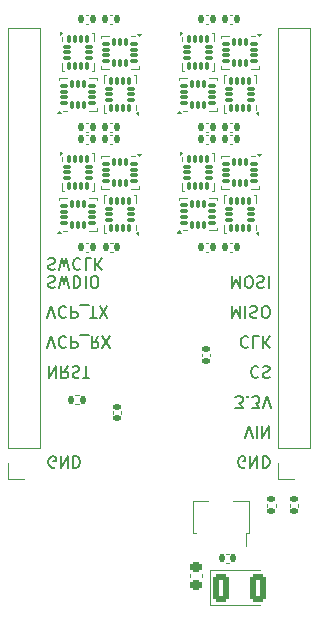
<source format=gbr>
%TF.GenerationSoftware,KiCad,Pcbnew,8.0.3-8.0.3-0~ubuntu22.04.1*%
%TF.CreationDate,2024-07-27T12:22:20+09:00*%
%TF.ProjectId,IMUModule_STM32,494d554d-6f64-4756-9c65-5f53544d3332,rev?*%
%TF.SameCoordinates,Original*%
%TF.FileFunction,Legend,Bot*%
%TF.FilePolarity,Positive*%
%FSLAX46Y46*%
G04 Gerber Fmt 4.6, Leading zero omitted, Abs format (unit mm)*
G04 Created by KiCad (PCBNEW 8.0.3-8.0.3-0~ubuntu22.04.1) date 2024-07-27 12:22:20*
%MOMM*%
%LPD*%
G01*
G04 APERTURE LIST*
G04 Aperture macros list*
%AMRoundRect*
0 Rectangle with rounded corners*
0 $1 Rounding radius*
0 $2 $3 $4 $5 $6 $7 $8 $9 X,Y pos of 4 corners*
0 Add a 4 corners polygon primitive as box body*
4,1,4,$2,$3,$4,$5,$6,$7,$8,$9,$2,$3,0*
0 Add four circle primitives for the rounded corners*
1,1,$1+$1,$2,$3*
1,1,$1+$1,$4,$5*
1,1,$1+$1,$6,$7*
1,1,$1+$1,$8,$9*
0 Add four rect primitives between the rounded corners*
20,1,$1+$1,$2,$3,$4,$5,0*
20,1,$1+$1,$4,$5,$6,$7,0*
20,1,$1+$1,$6,$7,$8,$9,0*
20,1,$1+$1,$8,$9,$2,$3,0*%
%AMFreePoly0*
4,1,9,3.862500,-0.866500,0.737500,-0.866500,0.737500,-0.450000,-0.737500,-0.450000,-0.737500,0.450000,0.737500,0.450000,0.737500,0.866500,3.862500,0.866500,3.862500,-0.866500,3.862500,-0.866500,$1*%
G04 Aperture macros list end*
%ADD10C,0.150000*%
%ADD11C,0.120000*%
%ADD12RoundRect,0.140000X0.140000X0.170000X-0.140000X0.170000X-0.140000X-0.170000X0.140000X-0.170000X0*%
%ADD13RoundRect,0.087500X0.225000X0.087500X-0.225000X0.087500X-0.225000X-0.087500X0.225000X-0.087500X0*%
%ADD14RoundRect,0.087500X0.087500X0.225000X-0.087500X0.225000X-0.087500X-0.225000X0.087500X-0.225000X0*%
%ADD15RoundRect,0.087500X0.087500X-0.225000X0.087500X0.225000X-0.087500X0.225000X-0.087500X-0.225000X0*%
%ADD16RoundRect,0.087500X0.225000X-0.087500X0.225000X0.087500X-0.225000X0.087500X-0.225000X-0.087500X0*%
%ADD17RoundRect,0.140000X-0.140000X-0.170000X0.140000X-0.170000X0.140000X0.170000X-0.140000X0.170000X0*%
%ADD18RoundRect,0.135000X-0.135000X-0.185000X0.135000X-0.185000X0.135000X0.185000X-0.135000X0.185000X0*%
%ADD19RoundRect,0.087500X-0.225000X-0.087500X0.225000X-0.087500X0.225000X0.087500X-0.225000X0.087500X0*%
%ADD20RoundRect,0.087500X-0.087500X-0.225000X0.087500X-0.225000X0.087500X0.225000X-0.087500X0.225000X0*%
%ADD21RoundRect,0.135000X0.185000X-0.135000X0.185000X0.135000X-0.185000X0.135000X-0.185000X-0.135000X0*%
%ADD22RoundRect,0.087500X-0.087500X0.225000X-0.087500X-0.225000X0.087500X-0.225000X0.087500X0.225000X0*%
%ADD23RoundRect,0.087500X-0.225000X0.087500X-0.225000X-0.087500X0.225000X-0.087500X0.225000X0.087500X0*%
%ADD24R,1.700000X1.700000*%
%ADD25O,1.700000X1.700000*%
%ADD26R,0.900000X1.300000*%
%ADD27FreePoly0,90.000000*%
%ADD28RoundRect,0.140000X-0.170000X0.140000X-0.170000X-0.140000X0.170000X-0.140000X0.170000X0.140000X0*%
%ADD29RoundRect,0.140000X0.170000X-0.140000X0.170000X0.140000X-0.170000X0.140000X-0.170000X-0.140000X0*%
%ADD30RoundRect,0.135000X-0.185000X0.135000X-0.185000X-0.135000X0.185000X-0.135000X0.185000X0.135000X0*%
%ADD31RoundRect,0.225000X-0.250000X0.225000X-0.250000X-0.225000X0.250000X-0.225000X0.250000X0.225000X0*%
%ADD32RoundRect,0.250000X-0.412500X-0.925000X0.412500X-0.925000X0.412500X0.925000X-0.412500X0.925000X0*%
G04 APERTURE END LIST*
D10*
X3337160Y-22021800D02*
X3480017Y-21974180D01*
X3480017Y-21974180D02*
X3718112Y-21974180D01*
X3718112Y-21974180D02*
X3813350Y-22021800D01*
X3813350Y-22021800D02*
X3860969Y-22069419D01*
X3860969Y-22069419D02*
X3908588Y-22164657D01*
X3908588Y-22164657D02*
X3908588Y-22259895D01*
X3908588Y-22259895D02*
X3860969Y-22355133D01*
X3860969Y-22355133D02*
X3813350Y-22402752D01*
X3813350Y-22402752D02*
X3718112Y-22450371D01*
X3718112Y-22450371D02*
X3527636Y-22497990D01*
X3527636Y-22497990D02*
X3432398Y-22545609D01*
X3432398Y-22545609D02*
X3384779Y-22593228D01*
X3384779Y-22593228D02*
X3337160Y-22688466D01*
X3337160Y-22688466D02*
X3337160Y-22783704D01*
X3337160Y-22783704D02*
X3384779Y-22878942D01*
X3384779Y-22878942D02*
X3432398Y-22926561D01*
X3432398Y-22926561D02*
X3527636Y-22974180D01*
X3527636Y-22974180D02*
X3765731Y-22974180D01*
X3765731Y-22974180D02*
X3908588Y-22926561D01*
X4241922Y-22974180D02*
X4480017Y-21974180D01*
X4480017Y-21974180D02*
X4670493Y-22688466D01*
X4670493Y-22688466D02*
X4860969Y-21974180D01*
X4860969Y-21974180D02*
X5099065Y-22974180D01*
X6051445Y-22069419D02*
X6003826Y-22021800D01*
X6003826Y-22021800D02*
X5860969Y-21974180D01*
X5860969Y-21974180D02*
X5765731Y-21974180D01*
X5765731Y-21974180D02*
X5622874Y-22021800D01*
X5622874Y-22021800D02*
X5527636Y-22117038D01*
X5527636Y-22117038D02*
X5480017Y-22212276D01*
X5480017Y-22212276D02*
X5432398Y-22402752D01*
X5432398Y-22402752D02*
X5432398Y-22545609D01*
X5432398Y-22545609D02*
X5480017Y-22736085D01*
X5480017Y-22736085D02*
X5527636Y-22831323D01*
X5527636Y-22831323D02*
X5622874Y-22926561D01*
X5622874Y-22926561D02*
X5765731Y-22974180D01*
X5765731Y-22974180D02*
X5860969Y-22974180D01*
X5860969Y-22974180D02*
X6003826Y-22926561D01*
X6003826Y-22926561D02*
X6051445Y-22878942D01*
X6956207Y-21974180D02*
X6480017Y-21974180D01*
X6480017Y-21974180D02*
X6480017Y-22974180D01*
X7289541Y-21974180D02*
X7289541Y-22974180D01*
X7860969Y-21974180D02*
X7432398Y-22545609D01*
X7860969Y-22974180D02*
X7289541Y-22402752D01*
X3337160Y-23545800D02*
X3480017Y-23498180D01*
X3480017Y-23498180D02*
X3718112Y-23498180D01*
X3718112Y-23498180D02*
X3813350Y-23545800D01*
X3813350Y-23545800D02*
X3860969Y-23593419D01*
X3860969Y-23593419D02*
X3908588Y-23688657D01*
X3908588Y-23688657D02*
X3908588Y-23783895D01*
X3908588Y-23783895D02*
X3860969Y-23879133D01*
X3860969Y-23879133D02*
X3813350Y-23926752D01*
X3813350Y-23926752D02*
X3718112Y-23974371D01*
X3718112Y-23974371D02*
X3527636Y-24021990D01*
X3527636Y-24021990D02*
X3432398Y-24069609D01*
X3432398Y-24069609D02*
X3384779Y-24117228D01*
X3384779Y-24117228D02*
X3337160Y-24212466D01*
X3337160Y-24212466D02*
X3337160Y-24307704D01*
X3337160Y-24307704D02*
X3384779Y-24402942D01*
X3384779Y-24402942D02*
X3432398Y-24450561D01*
X3432398Y-24450561D02*
X3527636Y-24498180D01*
X3527636Y-24498180D02*
X3765731Y-24498180D01*
X3765731Y-24498180D02*
X3908588Y-24450561D01*
X4241922Y-24498180D02*
X4480017Y-23498180D01*
X4480017Y-23498180D02*
X4670493Y-24212466D01*
X4670493Y-24212466D02*
X4860969Y-23498180D01*
X4860969Y-23498180D02*
X5099065Y-24498180D01*
X5480017Y-23498180D02*
X5480017Y-24498180D01*
X5480017Y-24498180D02*
X5718112Y-24498180D01*
X5718112Y-24498180D02*
X5860969Y-24450561D01*
X5860969Y-24450561D02*
X5956207Y-24355323D01*
X5956207Y-24355323D02*
X6003826Y-24260085D01*
X6003826Y-24260085D02*
X6051445Y-24069609D01*
X6051445Y-24069609D02*
X6051445Y-23926752D01*
X6051445Y-23926752D02*
X6003826Y-23736276D01*
X6003826Y-23736276D02*
X5956207Y-23641038D01*
X5956207Y-23641038D02*
X5860969Y-23545800D01*
X5860969Y-23545800D02*
X5718112Y-23498180D01*
X5718112Y-23498180D02*
X5480017Y-23498180D01*
X6480017Y-23498180D02*
X6480017Y-24498180D01*
X7146683Y-24498180D02*
X7337159Y-24498180D01*
X7337159Y-24498180D02*
X7432397Y-24450561D01*
X7432397Y-24450561D02*
X7527635Y-24355323D01*
X7527635Y-24355323D02*
X7575254Y-24164847D01*
X7575254Y-24164847D02*
X7575254Y-23831514D01*
X7575254Y-23831514D02*
X7527635Y-23641038D01*
X7527635Y-23641038D02*
X7432397Y-23545800D01*
X7432397Y-23545800D02*
X7337159Y-23498180D01*
X7337159Y-23498180D02*
X7146683Y-23498180D01*
X7146683Y-23498180D02*
X7051445Y-23545800D01*
X7051445Y-23545800D02*
X6956207Y-23641038D01*
X6956207Y-23641038D02*
X6908588Y-23831514D01*
X6908588Y-23831514D02*
X6908588Y-24164847D01*
X6908588Y-24164847D02*
X6956207Y-24355323D01*
X6956207Y-24355323D02*
X7051445Y-24450561D01*
X7051445Y-24450561D02*
X7146683Y-24498180D01*
X3241922Y-27038180D02*
X3575255Y-26038180D01*
X3575255Y-26038180D02*
X3908588Y-27038180D01*
X4813350Y-26133419D02*
X4765731Y-26085800D01*
X4765731Y-26085800D02*
X4622874Y-26038180D01*
X4622874Y-26038180D02*
X4527636Y-26038180D01*
X4527636Y-26038180D02*
X4384779Y-26085800D01*
X4384779Y-26085800D02*
X4289541Y-26181038D01*
X4289541Y-26181038D02*
X4241922Y-26276276D01*
X4241922Y-26276276D02*
X4194303Y-26466752D01*
X4194303Y-26466752D02*
X4194303Y-26609609D01*
X4194303Y-26609609D02*
X4241922Y-26800085D01*
X4241922Y-26800085D02*
X4289541Y-26895323D01*
X4289541Y-26895323D02*
X4384779Y-26990561D01*
X4384779Y-26990561D02*
X4527636Y-27038180D01*
X4527636Y-27038180D02*
X4622874Y-27038180D01*
X4622874Y-27038180D02*
X4765731Y-26990561D01*
X4765731Y-26990561D02*
X4813350Y-26942942D01*
X5241922Y-26038180D02*
X5241922Y-27038180D01*
X5241922Y-27038180D02*
X5622874Y-27038180D01*
X5622874Y-27038180D02*
X5718112Y-26990561D01*
X5718112Y-26990561D02*
X5765731Y-26942942D01*
X5765731Y-26942942D02*
X5813350Y-26847704D01*
X5813350Y-26847704D02*
X5813350Y-26704847D01*
X5813350Y-26704847D02*
X5765731Y-26609609D01*
X5765731Y-26609609D02*
X5718112Y-26561990D01*
X5718112Y-26561990D02*
X5622874Y-26514371D01*
X5622874Y-26514371D02*
X5241922Y-26514371D01*
X6003827Y-25942942D02*
X6765731Y-25942942D01*
X6860970Y-27038180D02*
X7432398Y-27038180D01*
X7146684Y-26038180D02*
X7146684Y-27038180D01*
X7670494Y-27038180D02*
X8337160Y-26038180D01*
X8337160Y-27038180D02*
X7670494Y-26038180D01*
X3241922Y-29578180D02*
X3575255Y-28578180D01*
X3575255Y-28578180D02*
X3908588Y-29578180D01*
X4813350Y-28673419D02*
X4765731Y-28625800D01*
X4765731Y-28625800D02*
X4622874Y-28578180D01*
X4622874Y-28578180D02*
X4527636Y-28578180D01*
X4527636Y-28578180D02*
X4384779Y-28625800D01*
X4384779Y-28625800D02*
X4289541Y-28721038D01*
X4289541Y-28721038D02*
X4241922Y-28816276D01*
X4241922Y-28816276D02*
X4194303Y-29006752D01*
X4194303Y-29006752D02*
X4194303Y-29149609D01*
X4194303Y-29149609D02*
X4241922Y-29340085D01*
X4241922Y-29340085D02*
X4289541Y-29435323D01*
X4289541Y-29435323D02*
X4384779Y-29530561D01*
X4384779Y-29530561D02*
X4527636Y-29578180D01*
X4527636Y-29578180D02*
X4622874Y-29578180D01*
X4622874Y-29578180D02*
X4765731Y-29530561D01*
X4765731Y-29530561D02*
X4813350Y-29482942D01*
X5241922Y-28578180D02*
X5241922Y-29578180D01*
X5241922Y-29578180D02*
X5622874Y-29578180D01*
X5622874Y-29578180D02*
X5718112Y-29530561D01*
X5718112Y-29530561D02*
X5765731Y-29482942D01*
X5765731Y-29482942D02*
X5813350Y-29387704D01*
X5813350Y-29387704D02*
X5813350Y-29244847D01*
X5813350Y-29244847D02*
X5765731Y-29149609D01*
X5765731Y-29149609D02*
X5718112Y-29101990D01*
X5718112Y-29101990D02*
X5622874Y-29054371D01*
X5622874Y-29054371D02*
X5241922Y-29054371D01*
X6003827Y-28482942D02*
X6765731Y-28482942D01*
X7575255Y-28578180D02*
X7241922Y-29054371D01*
X7003827Y-28578180D02*
X7003827Y-29578180D01*
X7003827Y-29578180D02*
X7384779Y-29578180D01*
X7384779Y-29578180D02*
X7480017Y-29530561D01*
X7480017Y-29530561D02*
X7527636Y-29482942D01*
X7527636Y-29482942D02*
X7575255Y-29387704D01*
X7575255Y-29387704D02*
X7575255Y-29244847D01*
X7575255Y-29244847D02*
X7527636Y-29149609D01*
X7527636Y-29149609D02*
X7480017Y-29101990D01*
X7480017Y-29101990D02*
X7384779Y-29054371D01*
X7384779Y-29054371D02*
X7003827Y-29054371D01*
X7908589Y-29578180D02*
X8575255Y-28578180D01*
X8575255Y-29578180D02*
X7908589Y-28578180D01*
X3384779Y-31118180D02*
X3384779Y-32118180D01*
X3384779Y-32118180D02*
X3956207Y-31118180D01*
X3956207Y-31118180D02*
X3956207Y-32118180D01*
X5003826Y-31118180D02*
X4670493Y-31594371D01*
X4432398Y-31118180D02*
X4432398Y-32118180D01*
X4432398Y-32118180D02*
X4813350Y-32118180D01*
X4813350Y-32118180D02*
X4908588Y-32070561D01*
X4908588Y-32070561D02*
X4956207Y-32022942D01*
X4956207Y-32022942D02*
X5003826Y-31927704D01*
X5003826Y-31927704D02*
X5003826Y-31784847D01*
X5003826Y-31784847D02*
X4956207Y-31689609D01*
X4956207Y-31689609D02*
X4908588Y-31641990D01*
X4908588Y-31641990D02*
X4813350Y-31594371D01*
X4813350Y-31594371D02*
X4432398Y-31594371D01*
X5384779Y-31165800D02*
X5527636Y-31118180D01*
X5527636Y-31118180D02*
X5765731Y-31118180D01*
X5765731Y-31118180D02*
X5860969Y-31165800D01*
X5860969Y-31165800D02*
X5908588Y-31213419D01*
X5908588Y-31213419D02*
X5956207Y-31308657D01*
X5956207Y-31308657D02*
X5956207Y-31403895D01*
X5956207Y-31403895D02*
X5908588Y-31499133D01*
X5908588Y-31499133D02*
X5860969Y-31546752D01*
X5860969Y-31546752D02*
X5765731Y-31594371D01*
X5765731Y-31594371D02*
X5575255Y-31641990D01*
X5575255Y-31641990D02*
X5480017Y-31689609D01*
X5480017Y-31689609D02*
X5432398Y-31737228D01*
X5432398Y-31737228D02*
X5384779Y-31832466D01*
X5384779Y-31832466D02*
X5384779Y-31927704D01*
X5384779Y-31927704D02*
X5432398Y-32022942D01*
X5432398Y-32022942D02*
X5480017Y-32070561D01*
X5480017Y-32070561D02*
X5575255Y-32118180D01*
X5575255Y-32118180D02*
X5813350Y-32118180D01*
X5813350Y-32118180D02*
X5956207Y-32070561D01*
X6241922Y-32118180D02*
X6813350Y-32118180D01*
X6527636Y-31118180D02*
X6527636Y-32118180D01*
X18872364Y-23498180D02*
X18872364Y-24498180D01*
X18872364Y-24498180D02*
X19205697Y-23783895D01*
X19205697Y-23783895D02*
X19539030Y-24498180D01*
X19539030Y-24498180D02*
X19539030Y-23498180D01*
X20205697Y-24498180D02*
X20396173Y-24498180D01*
X20396173Y-24498180D02*
X20491411Y-24450561D01*
X20491411Y-24450561D02*
X20586649Y-24355323D01*
X20586649Y-24355323D02*
X20634268Y-24164847D01*
X20634268Y-24164847D02*
X20634268Y-23831514D01*
X20634268Y-23831514D02*
X20586649Y-23641038D01*
X20586649Y-23641038D02*
X20491411Y-23545800D01*
X20491411Y-23545800D02*
X20396173Y-23498180D01*
X20396173Y-23498180D02*
X20205697Y-23498180D01*
X20205697Y-23498180D02*
X20110459Y-23545800D01*
X20110459Y-23545800D02*
X20015221Y-23641038D01*
X20015221Y-23641038D02*
X19967602Y-23831514D01*
X19967602Y-23831514D02*
X19967602Y-24164847D01*
X19967602Y-24164847D02*
X20015221Y-24355323D01*
X20015221Y-24355323D02*
X20110459Y-24450561D01*
X20110459Y-24450561D02*
X20205697Y-24498180D01*
X21015221Y-23545800D02*
X21158078Y-23498180D01*
X21158078Y-23498180D02*
X21396173Y-23498180D01*
X21396173Y-23498180D02*
X21491411Y-23545800D01*
X21491411Y-23545800D02*
X21539030Y-23593419D01*
X21539030Y-23593419D02*
X21586649Y-23688657D01*
X21586649Y-23688657D02*
X21586649Y-23783895D01*
X21586649Y-23783895D02*
X21539030Y-23879133D01*
X21539030Y-23879133D02*
X21491411Y-23926752D01*
X21491411Y-23926752D02*
X21396173Y-23974371D01*
X21396173Y-23974371D02*
X21205697Y-24021990D01*
X21205697Y-24021990D02*
X21110459Y-24069609D01*
X21110459Y-24069609D02*
X21062840Y-24117228D01*
X21062840Y-24117228D02*
X21015221Y-24212466D01*
X21015221Y-24212466D02*
X21015221Y-24307704D01*
X21015221Y-24307704D02*
X21062840Y-24402942D01*
X21062840Y-24402942D02*
X21110459Y-24450561D01*
X21110459Y-24450561D02*
X21205697Y-24498180D01*
X21205697Y-24498180D02*
X21443792Y-24498180D01*
X21443792Y-24498180D02*
X21586649Y-24450561D01*
X22015221Y-23498180D02*
X22015221Y-24498180D01*
X18872364Y-26038180D02*
X18872364Y-27038180D01*
X18872364Y-27038180D02*
X19205697Y-26323895D01*
X19205697Y-26323895D02*
X19539030Y-27038180D01*
X19539030Y-27038180D02*
X19539030Y-26038180D01*
X20015221Y-26038180D02*
X20015221Y-27038180D01*
X20443792Y-26085800D02*
X20586649Y-26038180D01*
X20586649Y-26038180D02*
X20824744Y-26038180D01*
X20824744Y-26038180D02*
X20919982Y-26085800D01*
X20919982Y-26085800D02*
X20967601Y-26133419D01*
X20967601Y-26133419D02*
X21015220Y-26228657D01*
X21015220Y-26228657D02*
X21015220Y-26323895D01*
X21015220Y-26323895D02*
X20967601Y-26419133D01*
X20967601Y-26419133D02*
X20919982Y-26466752D01*
X20919982Y-26466752D02*
X20824744Y-26514371D01*
X20824744Y-26514371D02*
X20634268Y-26561990D01*
X20634268Y-26561990D02*
X20539030Y-26609609D01*
X20539030Y-26609609D02*
X20491411Y-26657228D01*
X20491411Y-26657228D02*
X20443792Y-26752466D01*
X20443792Y-26752466D02*
X20443792Y-26847704D01*
X20443792Y-26847704D02*
X20491411Y-26942942D01*
X20491411Y-26942942D02*
X20539030Y-26990561D01*
X20539030Y-26990561D02*
X20634268Y-27038180D01*
X20634268Y-27038180D02*
X20872363Y-27038180D01*
X20872363Y-27038180D02*
X21015220Y-26990561D01*
X21634268Y-27038180D02*
X21824744Y-27038180D01*
X21824744Y-27038180D02*
X21919982Y-26990561D01*
X21919982Y-26990561D02*
X22015220Y-26895323D01*
X22015220Y-26895323D02*
X22062839Y-26704847D01*
X22062839Y-26704847D02*
X22062839Y-26371514D01*
X22062839Y-26371514D02*
X22015220Y-26181038D01*
X22015220Y-26181038D02*
X21919982Y-26085800D01*
X21919982Y-26085800D02*
X21824744Y-26038180D01*
X21824744Y-26038180D02*
X21634268Y-26038180D01*
X21634268Y-26038180D02*
X21539030Y-26085800D01*
X21539030Y-26085800D02*
X21443792Y-26181038D01*
X21443792Y-26181038D02*
X21396173Y-26371514D01*
X21396173Y-26371514D02*
X21396173Y-26704847D01*
X21396173Y-26704847D02*
X21443792Y-26895323D01*
X21443792Y-26895323D02*
X21539030Y-26990561D01*
X21539030Y-26990561D02*
X21634268Y-27038180D01*
X20253315Y-28673419D02*
X20205696Y-28625800D01*
X20205696Y-28625800D02*
X20062839Y-28578180D01*
X20062839Y-28578180D02*
X19967601Y-28578180D01*
X19967601Y-28578180D02*
X19824744Y-28625800D01*
X19824744Y-28625800D02*
X19729506Y-28721038D01*
X19729506Y-28721038D02*
X19681887Y-28816276D01*
X19681887Y-28816276D02*
X19634268Y-29006752D01*
X19634268Y-29006752D02*
X19634268Y-29149609D01*
X19634268Y-29149609D02*
X19681887Y-29340085D01*
X19681887Y-29340085D02*
X19729506Y-29435323D01*
X19729506Y-29435323D02*
X19824744Y-29530561D01*
X19824744Y-29530561D02*
X19967601Y-29578180D01*
X19967601Y-29578180D02*
X20062839Y-29578180D01*
X20062839Y-29578180D02*
X20205696Y-29530561D01*
X20205696Y-29530561D02*
X20253315Y-29482942D01*
X21158077Y-28578180D02*
X20681887Y-28578180D01*
X20681887Y-28578180D02*
X20681887Y-29578180D01*
X21491411Y-28578180D02*
X21491411Y-29578180D01*
X22062839Y-28578180D02*
X21634268Y-29149609D01*
X22062839Y-29578180D02*
X21491411Y-29006752D01*
X21110458Y-31213419D02*
X21062839Y-31165800D01*
X21062839Y-31165800D02*
X20919982Y-31118180D01*
X20919982Y-31118180D02*
X20824744Y-31118180D01*
X20824744Y-31118180D02*
X20681887Y-31165800D01*
X20681887Y-31165800D02*
X20586649Y-31261038D01*
X20586649Y-31261038D02*
X20539030Y-31356276D01*
X20539030Y-31356276D02*
X20491411Y-31546752D01*
X20491411Y-31546752D02*
X20491411Y-31689609D01*
X20491411Y-31689609D02*
X20539030Y-31880085D01*
X20539030Y-31880085D02*
X20586649Y-31975323D01*
X20586649Y-31975323D02*
X20681887Y-32070561D01*
X20681887Y-32070561D02*
X20824744Y-32118180D01*
X20824744Y-32118180D02*
X20919982Y-32118180D01*
X20919982Y-32118180D02*
X21062839Y-32070561D01*
X21062839Y-32070561D02*
X21110458Y-32022942D01*
X21491411Y-31165800D02*
X21634268Y-31118180D01*
X21634268Y-31118180D02*
X21872363Y-31118180D01*
X21872363Y-31118180D02*
X21967601Y-31165800D01*
X21967601Y-31165800D02*
X22015220Y-31213419D01*
X22015220Y-31213419D02*
X22062839Y-31308657D01*
X22062839Y-31308657D02*
X22062839Y-31403895D01*
X22062839Y-31403895D02*
X22015220Y-31499133D01*
X22015220Y-31499133D02*
X21967601Y-31546752D01*
X21967601Y-31546752D02*
X21872363Y-31594371D01*
X21872363Y-31594371D02*
X21681887Y-31641990D01*
X21681887Y-31641990D02*
X21586649Y-31689609D01*
X21586649Y-31689609D02*
X21539030Y-31737228D01*
X21539030Y-31737228D02*
X21491411Y-31832466D01*
X21491411Y-31832466D02*
X21491411Y-31927704D01*
X21491411Y-31927704D02*
X21539030Y-32022942D01*
X21539030Y-32022942D02*
X21586649Y-32070561D01*
X21586649Y-32070561D02*
X21681887Y-32118180D01*
X21681887Y-32118180D02*
X21919982Y-32118180D01*
X21919982Y-32118180D02*
X22062839Y-32070561D01*
X3908588Y-39690561D02*
X3813350Y-39738180D01*
X3813350Y-39738180D02*
X3670493Y-39738180D01*
X3670493Y-39738180D02*
X3527636Y-39690561D01*
X3527636Y-39690561D02*
X3432398Y-39595323D01*
X3432398Y-39595323D02*
X3384779Y-39500085D01*
X3384779Y-39500085D02*
X3337160Y-39309609D01*
X3337160Y-39309609D02*
X3337160Y-39166752D01*
X3337160Y-39166752D02*
X3384779Y-38976276D01*
X3384779Y-38976276D02*
X3432398Y-38881038D01*
X3432398Y-38881038D02*
X3527636Y-38785800D01*
X3527636Y-38785800D02*
X3670493Y-38738180D01*
X3670493Y-38738180D02*
X3765731Y-38738180D01*
X3765731Y-38738180D02*
X3908588Y-38785800D01*
X3908588Y-38785800D02*
X3956207Y-38833419D01*
X3956207Y-38833419D02*
X3956207Y-39166752D01*
X3956207Y-39166752D02*
X3765731Y-39166752D01*
X4384779Y-38738180D02*
X4384779Y-39738180D01*
X4384779Y-39738180D02*
X4956207Y-38738180D01*
X4956207Y-38738180D02*
X4956207Y-39738180D01*
X5432398Y-38738180D02*
X5432398Y-39738180D01*
X5432398Y-39738180D02*
X5670493Y-39738180D01*
X5670493Y-39738180D02*
X5813350Y-39690561D01*
X5813350Y-39690561D02*
X5908588Y-39595323D01*
X5908588Y-39595323D02*
X5956207Y-39500085D01*
X5956207Y-39500085D02*
X6003826Y-39309609D01*
X6003826Y-39309609D02*
X6003826Y-39166752D01*
X6003826Y-39166752D02*
X5956207Y-38976276D01*
X5956207Y-38976276D02*
X5908588Y-38881038D01*
X5908588Y-38881038D02*
X5813350Y-38785800D01*
X5813350Y-38785800D02*
X5670493Y-38738180D01*
X5670493Y-38738180D02*
X5432398Y-38738180D01*
X19967601Y-39690561D02*
X19872363Y-39738180D01*
X19872363Y-39738180D02*
X19729506Y-39738180D01*
X19729506Y-39738180D02*
X19586649Y-39690561D01*
X19586649Y-39690561D02*
X19491411Y-39595323D01*
X19491411Y-39595323D02*
X19443792Y-39500085D01*
X19443792Y-39500085D02*
X19396173Y-39309609D01*
X19396173Y-39309609D02*
X19396173Y-39166752D01*
X19396173Y-39166752D02*
X19443792Y-38976276D01*
X19443792Y-38976276D02*
X19491411Y-38881038D01*
X19491411Y-38881038D02*
X19586649Y-38785800D01*
X19586649Y-38785800D02*
X19729506Y-38738180D01*
X19729506Y-38738180D02*
X19824744Y-38738180D01*
X19824744Y-38738180D02*
X19967601Y-38785800D01*
X19967601Y-38785800D02*
X20015220Y-38833419D01*
X20015220Y-38833419D02*
X20015220Y-39166752D01*
X20015220Y-39166752D02*
X19824744Y-39166752D01*
X20443792Y-38738180D02*
X20443792Y-39738180D01*
X20443792Y-39738180D02*
X21015220Y-38738180D01*
X21015220Y-38738180D02*
X21015220Y-39738180D01*
X21491411Y-38738180D02*
X21491411Y-39738180D01*
X21491411Y-39738180D02*
X21729506Y-39738180D01*
X21729506Y-39738180D02*
X21872363Y-39690561D01*
X21872363Y-39690561D02*
X21967601Y-39595323D01*
X21967601Y-39595323D02*
X22015220Y-39500085D01*
X22015220Y-39500085D02*
X22062839Y-39309609D01*
X22062839Y-39309609D02*
X22062839Y-39166752D01*
X22062839Y-39166752D02*
X22015220Y-38976276D01*
X22015220Y-38976276D02*
X21967601Y-38881038D01*
X21967601Y-38881038D02*
X21872363Y-38785800D01*
X21872363Y-38785800D02*
X21729506Y-38738180D01*
X21729506Y-38738180D02*
X21491411Y-38738180D01*
X19967602Y-37198180D02*
X20300935Y-36198180D01*
X20300935Y-36198180D02*
X20634268Y-37198180D01*
X20967602Y-36198180D02*
X20967602Y-37198180D01*
X21443792Y-36198180D02*
X21443792Y-37198180D01*
X21443792Y-37198180D02*
X22015220Y-36198180D01*
X22015220Y-36198180D02*
X22015220Y-37198180D01*
X19158078Y-34658180D02*
X19777125Y-34658180D01*
X19777125Y-34658180D02*
X19443792Y-34277228D01*
X19443792Y-34277228D02*
X19586649Y-34277228D01*
X19586649Y-34277228D02*
X19681887Y-34229609D01*
X19681887Y-34229609D02*
X19729506Y-34181990D01*
X19729506Y-34181990D02*
X19777125Y-34086752D01*
X19777125Y-34086752D02*
X19777125Y-33848657D01*
X19777125Y-33848657D02*
X19729506Y-33753419D01*
X19729506Y-33753419D02*
X19681887Y-33705800D01*
X19681887Y-33705800D02*
X19586649Y-33658180D01*
X19586649Y-33658180D02*
X19300935Y-33658180D01*
X19300935Y-33658180D02*
X19205697Y-33705800D01*
X19205697Y-33705800D02*
X19158078Y-33753419D01*
X20205697Y-33753419D02*
X20253316Y-33705800D01*
X20253316Y-33705800D02*
X20205697Y-33658180D01*
X20205697Y-33658180D02*
X20158078Y-33705800D01*
X20158078Y-33705800D02*
X20205697Y-33753419D01*
X20205697Y-33753419D02*
X20205697Y-33658180D01*
X20586649Y-34658180D02*
X21205696Y-34658180D01*
X21205696Y-34658180D02*
X20872363Y-34277228D01*
X20872363Y-34277228D02*
X21015220Y-34277228D01*
X21015220Y-34277228D02*
X21110458Y-34229609D01*
X21110458Y-34229609D02*
X21158077Y-34181990D01*
X21158077Y-34181990D02*
X21205696Y-34086752D01*
X21205696Y-34086752D02*
X21205696Y-33848657D01*
X21205696Y-33848657D02*
X21158077Y-33753419D01*
X21158077Y-33753419D02*
X21110458Y-33705800D01*
X21110458Y-33705800D02*
X21015220Y-33658180D01*
X21015220Y-33658180D02*
X20729506Y-33658180D01*
X20729506Y-33658180D02*
X20634268Y-33705800D01*
X20634268Y-33705800D02*
X20586649Y-33753419D01*
X21491411Y-34658180D02*
X21824744Y-33658180D01*
X21824744Y-33658180D02*
X22158077Y-34658180D01*
D11*
%TO.C,C36*%
X18688164Y-10562000D02*
X18903836Y-10562000D01*
X18688164Y-11282000D02*
X18903836Y-11282000D01*
%TO.C,U21*%
X17948000Y-13372000D02*
X18623000Y-13372000D01*
X17948000Y-13547000D02*
X17948000Y-13372000D01*
X17948000Y-15917000D02*
X17948000Y-16092000D01*
X17948000Y-16092000D02*
X18623000Y-16092000D01*
X20868000Y-13372000D02*
X20493000Y-13372000D01*
X21168000Y-15917000D02*
X21168000Y-16092000D01*
X21168000Y-16092000D02*
X20493000Y-16092000D01*
X21168000Y-13372000D02*
X21028000Y-13182000D01*
X21308000Y-13182000D01*
X21168000Y-13372000D01*
G36*
X21168000Y-13372000D02*
G01*
X21028000Y-13182000D01*
X21308000Y-13182000D01*
X21168000Y-13372000D01*
G37*
%TO.C,C44*%
X8528164Y-1418000D02*
X8743836Y-1418000D01*
X8528164Y-2138000D02*
X8743836Y-2138000D01*
%TO.C,U25*%
X7788000Y-13372000D02*
X8463000Y-13372000D01*
X7788000Y-13547000D02*
X7788000Y-13372000D01*
X7788000Y-15917000D02*
X7788000Y-16092000D01*
X7788000Y-16092000D02*
X8463000Y-16092000D01*
X10708000Y-13372000D02*
X10333000Y-13372000D01*
X11008000Y-15917000D02*
X11008000Y-16092000D01*
X11008000Y-16092000D02*
X10333000Y-16092000D01*
X11008000Y-13372000D02*
X10868000Y-13182000D01*
X11148000Y-13182000D01*
X11008000Y-13372000D01*
G36*
X11008000Y-13372000D02*
G01*
X10868000Y-13182000D01*
X11148000Y-13182000D01*
X11008000Y-13372000D01*
G37*
%TO.C,C35*%
X18688164Y-1418000D02*
X18903836Y-1418000D01*
X18688164Y-2138000D02*
X18903836Y-2138000D01*
%TO.C,U28*%
X8038000Y-16678000D02*
X8038000Y-17353000D01*
X8038000Y-19898000D02*
X8038000Y-19223000D01*
X8213000Y-16678000D02*
X8038000Y-16678000D01*
X8213000Y-19898000D02*
X8038000Y-19898000D01*
X10583000Y-16678000D02*
X10758000Y-16678000D01*
X10758000Y-16678000D02*
X10758000Y-17353000D01*
X10758000Y-19598000D02*
X10758000Y-19223000D01*
X10948000Y-20038000D02*
X10758000Y-19898000D01*
X10948000Y-19758000D01*
X10948000Y-20038000D01*
G36*
X10948000Y-20038000D02*
G01*
X10758000Y-19898000D01*
X10948000Y-19758000D01*
X10948000Y-20038000D01*
G37*
%TO.C,C43*%
X8528164Y-10562000D02*
X8743836Y-10562000D01*
X8528164Y-11282000D02*
X8743836Y-11282000D01*
%TO.C,C47*%
X6711836Y-20722000D02*
X6496164Y-20722000D01*
X6711836Y-21442000D02*
X6496164Y-21442000D01*
%TO.C,U29*%
X7788000Y-3212000D02*
X8463000Y-3212000D01*
X7788000Y-3387000D02*
X7788000Y-3212000D01*
X7788000Y-5757000D02*
X7788000Y-5932000D01*
X7788000Y-5932000D02*
X8463000Y-5932000D01*
X10708000Y-3212000D02*
X10333000Y-3212000D01*
X11008000Y-5757000D02*
X11008000Y-5932000D01*
X11008000Y-5932000D02*
X10333000Y-5932000D01*
X11008000Y-3212000D02*
X10868000Y-3022000D01*
X11148000Y-3022000D01*
X11008000Y-3212000D01*
G36*
X11008000Y-3212000D02*
G01*
X10868000Y-3022000D01*
X11148000Y-3022000D01*
X11008000Y-3212000D01*
G37*
%TO.C,R1*%
X5894041Y-33605200D02*
X5586759Y-33605200D01*
X5894041Y-34365200D02*
X5586759Y-34365200D01*
%TO.C,C39*%
X16871836Y-20722000D02*
X16656164Y-20722000D01*
X16871836Y-21442000D02*
X16656164Y-21442000D01*
%TO.C,U19*%
X14392000Y-6768000D02*
X15067000Y-6768000D01*
X14392000Y-6943000D02*
X14392000Y-6768000D01*
X14692000Y-9488000D02*
X15067000Y-9488000D01*
X17612000Y-6768000D02*
X16937000Y-6768000D01*
X17612000Y-6943000D02*
X17612000Y-6768000D01*
X17612000Y-9313000D02*
X17612000Y-9488000D01*
X17612000Y-9488000D02*
X16937000Y-9488000D01*
X14532000Y-9678000D02*
X14252000Y-9678000D01*
X14392000Y-9488000D01*
X14532000Y-9678000D01*
G36*
X14532000Y-9678000D02*
G01*
X14252000Y-9678000D01*
X14392000Y-9488000D01*
X14532000Y-9678000D01*
G37*
%TO.C,C37*%
X18688164Y-20722000D02*
X18903836Y-20722000D01*
X18688164Y-21442000D02*
X18903836Y-21442000D01*
%TO.C,R10*%
X21845000Y-42772359D02*
X21845000Y-43079641D01*
X22605000Y-42772359D02*
X22605000Y-43079641D01*
%TO.C,U30*%
X4482000Y-3262000D02*
X4482000Y-3637000D01*
X4482000Y-6182000D02*
X4482000Y-5507000D01*
X4657000Y-6182000D02*
X4482000Y-6182000D01*
X7027000Y-2962000D02*
X7202000Y-2962000D01*
X7027000Y-6182000D02*
X7202000Y-6182000D01*
X7202000Y-2962000D02*
X7202000Y-3637000D01*
X7202000Y-6182000D02*
X7202000Y-5507000D01*
X4482000Y-2962000D02*
X4292000Y-3102000D01*
X4292000Y-2822000D01*
X4482000Y-2962000D01*
G36*
X4482000Y-2962000D02*
G01*
X4292000Y-3102000D01*
X4292000Y-2822000D01*
X4482000Y-2962000D01*
G37*
%TO.C,C46*%
X8528164Y-11578000D02*
X8743836Y-11578000D01*
X8528164Y-12298000D02*
X8743836Y-12298000D01*
%TO.C,J3*%
X-60000Y-2480000D02*
X-60000Y-38100000D01*
X-60000Y-40700000D02*
X-60000Y-39370000D01*
X1270000Y-40700000D02*
X-60000Y-40700000D01*
X2600000Y-2480000D02*
X-60000Y-2480000D01*
X2600000Y-2480000D02*
X2600000Y-38100000D01*
X2600000Y-38100000D02*
X-60000Y-38100000D01*
%TO.C,U22*%
X14642000Y-13422000D02*
X14642000Y-13797000D01*
X14642000Y-16342000D02*
X14642000Y-15667000D01*
X14817000Y-16342000D02*
X14642000Y-16342000D01*
X17187000Y-13122000D02*
X17362000Y-13122000D01*
X17187000Y-16342000D02*
X17362000Y-16342000D01*
X17362000Y-13122000D02*
X17362000Y-13797000D01*
X17362000Y-16342000D02*
X17362000Y-15667000D01*
X14642000Y-13122000D02*
X14452000Y-13262000D01*
X14452000Y-12982000D01*
X14642000Y-13122000D01*
G36*
X14642000Y-13122000D02*
G01*
X14452000Y-13262000D01*
X14452000Y-12982000D01*
X14642000Y-13122000D01*
G37*
%TO.C,U27*%
X4232000Y-16928000D02*
X4907000Y-16928000D01*
X4232000Y-17103000D02*
X4232000Y-16928000D01*
X4532000Y-19648000D02*
X4907000Y-19648000D01*
X7452000Y-16928000D02*
X6777000Y-16928000D01*
X7452000Y-17103000D02*
X7452000Y-16928000D01*
X7452000Y-19473000D02*
X7452000Y-19648000D01*
X7452000Y-19648000D02*
X6777000Y-19648000D01*
X4372000Y-19838000D02*
X4092000Y-19838000D01*
X4232000Y-19648000D01*
X4372000Y-19838000D01*
G36*
X4372000Y-19838000D02*
G01*
X4092000Y-19838000D01*
X4232000Y-19648000D01*
X4372000Y-19838000D01*
G37*
%TO.C,U34*%
X15572400Y-42536000D02*
X16882400Y-42536000D01*
X15572400Y-45256000D02*
X15572400Y-42536000D01*
X15802400Y-45256000D02*
X15572400Y-45256000D01*
X18982400Y-42536000D02*
X20292400Y-42536000D01*
X20062400Y-45256000D02*
X20062400Y-46396000D01*
X20062400Y-45256000D02*
X20292400Y-45256000D01*
X20292400Y-42536000D02*
X20292400Y-45256000D01*
%TO.C,C40*%
X16871836Y-11578000D02*
X16656164Y-11578000D01*
X16871836Y-12298000D02*
X16656164Y-12298000D01*
%TO.C,U31*%
X4232000Y-6768000D02*
X4907000Y-6768000D01*
X4232000Y-6943000D02*
X4232000Y-6768000D01*
X4532000Y-9488000D02*
X4907000Y-9488000D01*
X7452000Y-6768000D02*
X6777000Y-6768000D01*
X7452000Y-6943000D02*
X7452000Y-6768000D01*
X7452000Y-9313000D02*
X7452000Y-9488000D01*
X7452000Y-9488000D02*
X6777000Y-9488000D01*
X4372000Y-9678000D02*
X4092000Y-9678000D01*
X4232000Y-9488000D01*
X4372000Y-9678000D01*
G36*
X4372000Y-9678000D02*
G01*
X4092000Y-9678000D01*
X4232000Y-9488000D01*
X4372000Y-9678000D01*
G37*
%TO.C,U24*%
X18198000Y-16678000D02*
X18198000Y-17353000D01*
X18198000Y-19898000D02*
X18198000Y-19223000D01*
X18373000Y-16678000D02*
X18198000Y-16678000D01*
X18373000Y-19898000D02*
X18198000Y-19898000D01*
X20743000Y-16678000D02*
X20918000Y-16678000D01*
X20918000Y-16678000D02*
X20918000Y-17353000D01*
X20918000Y-19598000D02*
X20918000Y-19223000D01*
X21108000Y-20038000D02*
X20918000Y-19898000D01*
X21108000Y-19758000D01*
X21108000Y-20038000D01*
G36*
X21108000Y-20038000D02*
G01*
X20918000Y-19898000D01*
X21108000Y-19758000D01*
X21108000Y-20038000D01*
G37*
%TO.C,C7*%
X8784000Y-35159836D02*
X8784000Y-34944164D01*
X9504000Y-35159836D02*
X9504000Y-34944164D01*
%TO.C,C41*%
X6711836Y-1418000D02*
X6496164Y-1418000D01*
X6711836Y-2138000D02*
X6496164Y-2138000D01*
%TO.C,C45*%
X8556164Y-20722000D02*
X8771836Y-20722000D01*
X8556164Y-21442000D02*
X8771836Y-21442000D01*
%TO.C,C8*%
X16302400Y-30090164D02*
X16302400Y-30305836D01*
X17022400Y-30090164D02*
X17022400Y-30305836D01*
%TO.C,C34*%
X16871836Y-10562000D02*
X16656164Y-10562000D01*
X16871836Y-11282000D02*
X16656164Y-11282000D01*
%TO.C,C33*%
X16871836Y-1418000D02*
X16656164Y-1418000D01*
X16871836Y-2138000D02*
X16656164Y-2138000D01*
%TO.C,C17*%
X18627036Y-47036400D02*
X18411364Y-47036400D01*
X18627036Y-47756400D02*
X18411364Y-47756400D01*
%TO.C,C38*%
X18688164Y-11578000D02*
X18903836Y-11578000D01*
X18688164Y-12298000D02*
X18903836Y-12298000D01*
%TO.C,U17*%
X17948000Y-3212000D02*
X18623000Y-3212000D01*
X17948000Y-3387000D02*
X17948000Y-3212000D01*
X17948000Y-5757000D02*
X17948000Y-5932000D01*
X17948000Y-5932000D02*
X18623000Y-5932000D01*
X20868000Y-3212000D02*
X20493000Y-3212000D01*
X21168000Y-5757000D02*
X21168000Y-5932000D01*
X21168000Y-5932000D02*
X20493000Y-5932000D01*
X21168000Y-3212000D02*
X21028000Y-3022000D01*
X21308000Y-3022000D01*
X21168000Y-3212000D01*
G36*
X21168000Y-3212000D02*
G01*
X21028000Y-3022000D01*
X21308000Y-3022000D01*
X21168000Y-3212000D01*
G37*
%TO.C,J4*%
X22800000Y-2480000D02*
X22800000Y-38100000D01*
X22800000Y-40700000D02*
X22800000Y-39370000D01*
X24130000Y-40700000D02*
X22800000Y-40700000D01*
X25460000Y-2480000D02*
X22800000Y-2480000D01*
X25460000Y-2480000D02*
X25460000Y-38100000D01*
X25460000Y-38100000D02*
X22800000Y-38100000D01*
%TO.C,U26*%
X4482000Y-13422000D02*
X4482000Y-13797000D01*
X4482000Y-16342000D02*
X4482000Y-15667000D01*
X4657000Y-16342000D02*
X4482000Y-16342000D01*
X7027000Y-13122000D02*
X7202000Y-13122000D01*
X7027000Y-16342000D02*
X7202000Y-16342000D01*
X7202000Y-13122000D02*
X7202000Y-13797000D01*
X7202000Y-16342000D02*
X7202000Y-15667000D01*
X4482000Y-13122000D02*
X4292000Y-13262000D01*
X4292000Y-12982000D01*
X4482000Y-13122000D01*
G36*
X4482000Y-13122000D02*
G01*
X4292000Y-13262000D01*
X4292000Y-12982000D01*
X4482000Y-13122000D01*
G37*
%TO.C,C42*%
X6711836Y-10562000D02*
X6496164Y-10562000D01*
X6711836Y-11282000D02*
X6496164Y-11282000D01*
%TO.C,R9*%
X23750000Y-43079641D02*
X23750000Y-42772359D01*
X24510000Y-43079641D02*
X24510000Y-42772359D01*
%TO.C,U20*%
X18198000Y-6518000D02*
X18198000Y-7193000D01*
X18198000Y-9738000D02*
X18198000Y-9063000D01*
X18373000Y-6518000D02*
X18198000Y-6518000D01*
X18373000Y-9738000D02*
X18198000Y-9738000D01*
X20743000Y-6518000D02*
X20918000Y-6518000D01*
X20918000Y-6518000D02*
X20918000Y-7193000D01*
X20918000Y-9438000D02*
X20918000Y-9063000D01*
X21108000Y-9878000D02*
X20918000Y-9738000D01*
X21108000Y-9598000D01*
X21108000Y-9878000D01*
G36*
X21108000Y-9878000D02*
G01*
X20918000Y-9738000D01*
X21108000Y-9598000D01*
X21108000Y-9878000D01*
G37*
%TO.C,C48*%
X6711836Y-11578000D02*
X6496164Y-11578000D01*
X6711836Y-12298000D02*
X6496164Y-12298000D01*
%TO.C,U23*%
X14392000Y-16917000D02*
X15067000Y-16917000D01*
X14392000Y-17092000D02*
X14392000Y-16917000D01*
X14692000Y-19637000D02*
X15067000Y-19637000D01*
X17612000Y-16917000D02*
X16937000Y-16917000D01*
X17612000Y-17092000D02*
X17612000Y-16917000D01*
X17612000Y-19462000D02*
X17612000Y-19637000D01*
X17612000Y-19637000D02*
X16937000Y-19637000D01*
X14532000Y-19827000D02*
X14252000Y-19827000D01*
X14392000Y-19637000D01*
X14532000Y-19827000D01*
G36*
X14532000Y-19827000D02*
G01*
X14252000Y-19827000D01*
X14392000Y-19637000D01*
X14532000Y-19827000D01*
G37*
%TO.C,C16*%
X15288800Y-49010180D02*
X15288800Y-48729020D01*
X16308800Y-49010180D02*
X16308800Y-48729020D01*
%TO.C,U32*%
X8038000Y-6518000D02*
X8038000Y-7193000D01*
X8038000Y-9738000D02*
X8038000Y-9063000D01*
X8213000Y-6518000D02*
X8038000Y-6518000D01*
X8213000Y-9738000D02*
X8038000Y-9738000D01*
X10583000Y-6518000D02*
X10758000Y-6518000D01*
X10758000Y-6518000D02*
X10758000Y-7193000D01*
X10758000Y-9438000D02*
X10758000Y-9063000D01*
X10948000Y-9878000D02*
X10758000Y-9738000D01*
X10948000Y-9598000D01*
X10948000Y-9878000D01*
G36*
X10948000Y-9878000D02*
G01*
X10758000Y-9738000D01*
X10948000Y-9598000D01*
X10948000Y-9878000D01*
G37*
%TO.C,C32*%
X17047200Y-48375600D02*
X17047200Y-51395600D01*
X17047200Y-51395600D02*
X21257200Y-51395600D01*
X21257200Y-48375600D02*
X17047200Y-48375600D01*
%TO.C,U18*%
X14642000Y-3262000D02*
X14642000Y-3637000D01*
X14642000Y-6182000D02*
X14642000Y-5507000D01*
X14817000Y-6182000D02*
X14642000Y-6182000D01*
X17187000Y-2962000D02*
X17362000Y-2962000D01*
X17187000Y-6182000D02*
X17362000Y-6182000D01*
X17362000Y-2962000D02*
X17362000Y-3637000D01*
X17362000Y-6182000D02*
X17362000Y-5507000D01*
X14642000Y-2962000D02*
X14452000Y-3102000D01*
X14452000Y-2822000D01*
X14642000Y-2962000D01*
G36*
X14642000Y-2962000D02*
G01*
X14452000Y-3102000D01*
X14452000Y-2822000D01*
X14642000Y-2962000D01*
G37*
%TD*%
%LPC*%
D12*
%TO.C,C36*%
X19276000Y-10922000D03*
X18316000Y-10922000D03*
%TD*%
D13*
%TO.C,U21*%
X20720500Y-13982000D03*
X20720500Y-14482000D03*
X20720500Y-14982000D03*
X20720500Y-15482000D03*
D14*
X20058000Y-15644500D03*
X19558000Y-15644500D03*
X19058000Y-15644500D03*
D13*
X18395500Y-15482000D03*
X18395500Y-14982000D03*
X18395500Y-14482000D03*
X18395500Y-13982000D03*
D14*
X19058000Y-13819500D03*
X19558000Y-13819500D03*
X20058000Y-13819500D03*
%TD*%
D12*
%TO.C,C44*%
X9116000Y-1778000D03*
X8156000Y-1778000D03*
%TD*%
D13*
%TO.C,U25*%
X10560500Y-13982000D03*
X10560500Y-14482000D03*
X10560500Y-14982000D03*
X10560500Y-15482000D03*
D14*
X9898000Y-15644500D03*
X9398000Y-15644500D03*
X8898000Y-15644500D03*
D13*
X8235500Y-15482000D03*
X8235500Y-14982000D03*
X8235500Y-14482000D03*
X8235500Y-13982000D03*
D14*
X8898000Y-13819500D03*
X9398000Y-13819500D03*
X9898000Y-13819500D03*
%TD*%
D12*
%TO.C,C35*%
X19276000Y-1778000D03*
X18316000Y-1778000D03*
%TD*%
D15*
%TO.C,U28*%
X10148000Y-19450500D03*
X9648000Y-19450500D03*
X9148000Y-19450500D03*
X8648000Y-19450500D03*
D16*
X8485500Y-18788000D03*
X8485500Y-18288000D03*
X8485500Y-17788000D03*
D15*
X8648000Y-17125500D03*
X9148000Y-17125500D03*
X9648000Y-17125500D03*
X10148000Y-17125500D03*
D16*
X10310500Y-17788000D03*
X10310500Y-18288000D03*
X10310500Y-18788000D03*
%TD*%
D12*
%TO.C,C43*%
X9116000Y-10922000D03*
X8156000Y-10922000D03*
%TD*%
D17*
%TO.C,C47*%
X6124000Y-21082000D03*
X7084000Y-21082000D03*
%TD*%
D13*
%TO.C,U29*%
X10560500Y-3822000D03*
X10560500Y-4322000D03*
X10560500Y-4822000D03*
X10560500Y-5322000D03*
D14*
X9898000Y-5484500D03*
X9398000Y-5484500D03*
X8898000Y-5484500D03*
D13*
X8235500Y-5322000D03*
X8235500Y-4822000D03*
X8235500Y-4322000D03*
X8235500Y-3822000D03*
D14*
X8898000Y-3659500D03*
X9398000Y-3659500D03*
X9898000Y-3659500D03*
%TD*%
D18*
%TO.C,R1*%
X5230400Y-33985200D03*
X6250400Y-33985200D03*
%TD*%
D17*
%TO.C,C39*%
X16284000Y-21082000D03*
X17244000Y-21082000D03*
%TD*%
D19*
%TO.C,U19*%
X14839500Y-8878000D03*
X14839500Y-8378000D03*
X14839500Y-7878000D03*
X14839500Y-7378000D03*
D20*
X15502000Y-7215500D03*
X16002000Y-7215500D03*
X16502000Y-7215500D03*
D19*
X17164500Y-7378000D03*
X17164500Y-7878000D03*
X17164500Y-8378000D03*
X17164500Y-8878000D03*
D20*
X16502000Y-9040500D03*
X16002000Y-9040500D03*
X15502000Y-9040500D03*
%TD*%
D12*
%TO.C,C37*%
X19276000Y-21082000D03*
X18316000Y-21082000D03*
%TD*%
D21*
%TO.C,R10*%
X22225000Y-43436000D03*
X22225000Y-42416000D03*
%TD*%
D22*
%TO.C,U30*%
X5092000Y-3409500D03*
X5592000Y-3409500D03*
X6092000Y-3409500D03*
X6592000Y-3409500D03*
D23*
X6754500Y-4072000D03*
X6754500Y-4572000D03*
X6754500Y-5072000D03*
D22*
X6592000Y-5734500D03*
X6092000Y-5734500D03*
X5592000Y-5734500D03*
X5092000Y-5734500D03*
D23*
X4929500Y-5072000D03*
X4929500Y-4572000D03*
X4929500Y-4072000D03*
%TD*%
D12*
%TO.C,C46*%
X9116000Y-11938000D03*
X8156000Y-11938000D03*
%TD*%
D24*
%TO.C,J3*%
X1270000Y-39370000D03*
D25*
X1270000Y-36830000D03*
X1270000Y-34290000D03*
X1270000Y-31750000D03*
X1270000Y-29210000D03*
X1270000Y-26670000D03*
X1270000Y-24130000D03*
X1270000Y-21590000D03*
X1270000Y-19050000D03*
X1270000Y-16510000D03*
X1270000Y-13970000D03*
X1270000Y-11430000D03*
X1270000Y-8890000D03*
X1270000Y-6350000D03*
X1270000Y-3810000D03*
%TD*%
D22*
%TO.C,U22*%
X15252000Y-13569500D03*
X15752000Y-13569500D03*
X16252000Y-13569500D03*
X16752000Y-13569500D03*
D23*
X16914500Y-14232000D03*
X16914500Y-14732000D03*
X16914500Y-15232000D03*
D22*
X16752000Y-15894500D03*
X16252000Y-15894500D03*
X15752000Y-15894500D03*
X15252000Y-15894500D03*
D23*
X15089500Y-15232000D03*
X15089500Y-14732000D03*
X15089500Y-14232000D03*
%TD*%
D19*
%TO.C,U27*%
X4679500Y-19038000D03*
X4679500Y-18538000D03*
X4679500Y-18038000D03*
X4679500Y-17538000D03*
D20*
X5342000Y-17375500D03*
X5842000Y-17375500D03*
X6342000Y-17375500D03*
D19*
X7004500Y-17538000D03*
X7004500Y-18038000D03*
X7004500Y-18538000D03*
X7004500Y-19038000D03*
D20*
X6342000Y-19200500D03*
X5842000Y-19200500D03*
X5342000Y-19200500D03*
%TD*%
D26*
%TO.C,U34*%
X19432400Y-45846000D03*
D27*
X17932400Y-45758500D03*
D26*
X16432400Y-45846000D03*
%TD*%
D17*
%TO.C,C40*%
X16284000Y-11938000D03*
X17244000Y-11938000D03*
%TD*%
D19*
%TO.C,U31*%
X4679500Y-8878000D03*
X4679500Y-8378000D03*
X4679500Y-7878000D03*
X4679500Y-7378000D03*
D20*
X5342000Y-7215500D03*
X5842000Y-7215500D03*
X6342000Y-7215500D03*
D19*
X7004500Y-7378000D03*
X7004500Y-7878000D03*
X7004500Y-8378000D03*
X7004500Y-8878000D03*
D20*
X6342000Y-9040500D03*
X5842000Y-9040500D03*
X5342000Y-9040500D03*
%TD*%
D15*
%TO.C,U24*%
X20308000Y-19450500D03*
X19808000Y-19450500D03*
X19308000Y-19450500D03*
X18808000Y-19450500D03*
D16*
X18645500Y-18788000D03*
X18645500Y-18288000D03*
X18645500Y-17788000D03*
D15*
X18808000Y-17125500D03*
X19308000Y-17125500D03*
X19808000Y-17125500D03*
X20308000Y-17125500D03*
D16*
X20470500Y-17788000D03*
X20470500Y-18288000D03*
X20470500Y-18788000D03*
%TD*%
D28*
%TO.C,C7*%
X9144000Y-34572000D03*
X9144000Y-35532000D03*
%TD*%
D17*
%TO.C,C41*%
X6124000Y-1778000D03*
X7084000Y-1778000D03*
%TD*%
D12*
%TO.C,C45*%
X9144000Y-21082000D03*
X8184000Y-21082000D03*
%TD*%
D29*
%TO.C,C8*%
X16662400Y-30678000D03*
X16662400Y-29718000D03*
%TD*%
D17*
%TO.C,C34*%
X16284000Y-10922000D03*
X17244000Y-10922000D03*
%TD*%
%TO.C,C33*%
X16284000Y-1778000D03*
X17244000Y-1778000D03*
%TD*%
%TO.C,C17*%
X18039200Y-47396400D03*
X18999200Y-47396400D03*
%TD*%
D12*
%TO.C,C38*%
X19276000Y-11938000D03*
X18316000Y-11938000D03*
%TD*%
D13*
%TO.C,U17*%
X20720500Y-3822000D03*
X20720500Y-4322000D03*
X20720500Y-4822000D03*
X20720500Y-5322000D03*
D14*
X20058000Y-5484500D03*
X19558000Y-5484500D03*
X19058000Y-5484500D03*
D13*
X18395500Y-5322000D03*
X18395500Y-4822000D03*
X18395500Y-4322000D03*
X18395500Y-3822000D03*
D14*
X19058000Y-3659500D03*
X19558000Y-3659500D03*
X20058000Y-3659500D03*
%TD*%
D24*
%TO.C,J4*%
X24130000Y-39370000D03*
D25*
X24130000Y-36830000D03*
X24130000Y-34290000D03*
X24130000Y-31750000D03*
X24130000Y-29210000D03*
X24130000Y-26670000D03*
X24130000Y-24130000D03*
X24130000Y-21590000D03*
X24130000Y-19050000D03*
X24130000Y-16510000D03*
X24130000Y-13970000D03*
X24130000Y-11430000D03*
X24130000Y-8890000D03*
X24130000Y-6350000D03*
X24130000Y-3810000D03*
%TD*%
D22*
%TO.C,U26*%
X5092000Y-13569500D03*
X5592000Y-13569500D03*
X6092000Y-13569500D03*
X6592000Y-13569500D03*
D23*
X6754500Y-14232000D03*
X6754500Y-14732000D03*
X6754500Y-15232000D03*
D22*
X6592000Y-15894500D03*
X6092000Y-15894500D03*
X5592000Y-15894500D03*
X5092000Y-15894500D03*
D23*
X4929500Y-15232000D03*
X4929500Y-14732000D03*
X4929500Y-14232000D03*
%TD*%
D17*
%TO.C,C42*%
X6124000Y-10922000D03*
X7084000Y-10922000D03*
%TD*%
D30*
%TO.C,R9*%
X24130000Y-42416000D03*
X24130000Y-43436000D03*
%TD*%
D15*
%TO.C,U20*%
X20308000Y-9290500D03*
X19808000Y-9290500D03*
X19308000Y-9290500D03*
X18808000Y-9290500D03*
D16*
X18645500Y-8628000D03*
X18645500Y-8128000D03*
X18645500Y-7628000D03*
D15*
X18808000Y-6965500D03*
X19308000Y-6965500D03*
X19808000Y-6965500D03*
X20308000Y-6965500D03*
D16*
X20470500Y-7628000D03*
X20470500Y-8128000D03*
X20470500Y-8628000D03*
%TD*%
D17*
%TO.C,C48*%
X6124000Y-11938000D03*
X7084000Y-11938000D03*
%TD*%
D19*
%TO.C,U23*%
X14839500Y-19027000D03*
X14839500Y-18527000D03*
X14839500Y-18027000D03*
X14839500Y-17527000D03*
D20*
X15502000Y-17364500D03*
X16002000Y-17364500D03*
X16502000Y-17364500D03*
D19*
X17164500Y-17527000D03*
X17164500Y-18027000D03*
X17164500Y-18527000D03*
X17164500Y-19027000D03*
D20*
X16502000Y-19189500D03*
X16002000Y-19189500D03*
X15502000Y-19189500D03*
%TD*%
D31*
%TO.C,C16*%
X15798800Y-48094600D03*
X15798800Y-49644600D03*
%TD*%
D15*
%TO.C,U32*%
X10148000Y-9290500D03*
X9648000Y-9290500D03*
X9148000Y-9290500D03*
X8648000Y-9290500D03*
D16*
X8485500Y-8628000D03*
X8485500Y-8128000D03*
X8485500Y-7628000D03*
D15*
X8648000Y-6965500D03*
X9148000Y-6965500D03*
X9648000Y-6965500D03*
X10148000Y-6965500D03*
D16*
X10310500Y-7628000D03*
X10310500Y-8128000D03*
X10310500Y-8628000D03*
%TD*%
D32*
%TO.C,C32*%
X17969700Y-49885600D03*
X21044700Y-49885600D03*
%TD*%
D22*
%TO.C,U18*%
X15252000Y-3409500D03*
X15752000Y-3409500D03*
X16252000Y-3409500D03*
X16752000Y-3409500D03*
D23*
X16914500Y-4072000D03*
X16914500Y-4572000D03*
X16914500Y-5072000D03*
D22*
X16752000Y-5734500D03*
X16252000Y-5734500D03*
X15752000Y-5734500D03*
X15252000Y-5734500D03*
D23*
X15089500Y-5072000D03*
X15089500Y-4572000D03*
X15089500Y-4072000D03*
%TD*%
%LPD*%
M02*

</source>
